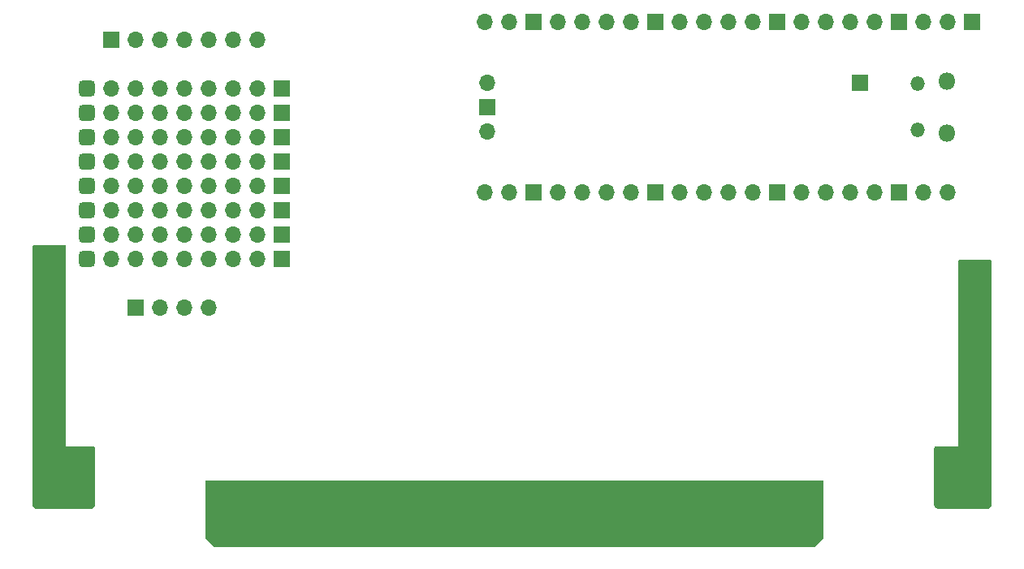
<source format=gbs>
G04 #@! TF.GenerationSoftware,KiCad,Pcbnew,7.0.8*
G04 #@! TF.CreationDate,2023-10-30T20:32:02+01:00*
G04 #@! TF.ProjectId,picocart64_v1_lite,7069636f-6361-4727-9436-345f76315f6c,rev?*
G04 #@! TF.SameCoordinates,Original*
G04 #@! TF.FileFunction,Soldermask,Bot*
G04 #@! TF.FilePolarity,Negative*
%FSLAX46Y46*%
G04 Gerber Fmt 4.6, Leading zero omitted, Abs format (unit mm)*
G04 Created by KiCad (PCBNEW 7.0.8) date 2023-10-30 20:32:02*
%MOMM*%
%LPD*%
G01*
G04 APERTURE LIST*
G04 Aperture macros list*
%AMRoundRect*
0 Rectangle with rounded corners*
0 $1 Rounding radius*
0 $2 $3 $4 $5 $6 $7 $8 $9 X,Y pos of 4 corners*
0 Add a 4 corners polygon primitive as box body*
4,1,4,$2,$3,$4,$5,$6,$7,$8,$9,$2,$3,0*
0 Add four circle primitives for the rounded corners*
1,1,$1+$1,$2,$3*
1,1,$1+$1,$4,$5*
1,1,$1+$1,$6,$7*
1,1,$1+$1,$8,$9*
0 Add four rect primitives between the rounded corners*
20,1,$1+$1,$2,$3,$4,$5,0*
20,1,$1+$1,$4,$5,$6,$7,0*
20,1,$1+$1,$6,$7,$8,$9,0*
20,1,$1+$1,$8,$9,$2,$3,0*%
G04 Aperture macros list end*
%ADD10C,2.500000*%
%ADD11R,1.700000X1.700000*%
%ADD12O,1.700000X1.700000*%
%ADD13RoundRect,0.425000X0.425000X-0.425000X0.425000X0.425000X-0.425000X0.425000X-0.425000X-0.425000X0*%
%ADD14O,1.800000X1.800000*%
%ADD15O,1.500000X1.500000*%
G04 APERTURE END LIST*
D10*
X102850000Y-112600000D03*
X197650000Y-112600000D03*
D11*
X197939990Y-65199997D03*
X186300000Y-71550000D03*
X110705000Y-95000000D03*
D12*
X113245000Y-95000000D03*
X115785000Y-95000000D03*
X118325000Y-95000000D03*
X108165000Y-89920000D03*
X110705000Y-89920000D03*
X113245000Y-89920000D03*
X115785000Y-89920000D03*
X118325000Y-89920000D03*
X120865000Y-89920000D03*
X123405000Y-89920000D03*
X108165000Y-87380000D03*
X110705000Y-87380000D03*
X113245000Y-87380000D03*
X115785000Y-87380000D03*
X118325000Y-87380000D03*
X120865000Y-87380000D03*
X123405000Y-87380000D03*
X108165000Y-84840000D03*
X110705000Y-84840000D03*
X113245000Y-84840000D03*
X115785000Y-84840000D03*
X118325000Y-84840000D03*
X120865000Y-84840000D03*
X123405000Y-84840000D03*
X108165000Y-82300000D03*
X110705000Y-82300000D03*
X113245000Y-82300000D03*
X115785000Y-82300000D03*
X118325000Y-82300000D03*
X120865000Y-82300000D03*
X123405000Y-82300000D03*
X108165000Y-79760000D03*
X110705000Y-79760000D03*
X113245000Y-79760000D03*
X115785000Y-79760000D03*
X118325000Y-79760000D03*
X120865000Y-79760000D03*
X123405000Y-79760000D03*
X108165000Y-77220000D03*
X110705000Y-77220000D03*
X113245000Y-77220000D03*
X115785000Y-77220000D03*
X118325000Y-77220000D03*
X120865000Y-77220000D03*
X123405000Y-77220000D03*
X108165000Y-74680000D03*
X110705000Y-74680000D03*
X113245000Y-74680000D03*
X115785000Y-74680000D03*
X118325000Y-74680000D03*
X120865000Y-74680000D03*
X123405000Y-74680000D03*
X108165000Y-72140000D03*
X110705000Y-72140000D03*
X113245000Y-72140000D03*
X115785000Y-72140000D03*
X118325000Y-72140000D03*
X120865000Y-72140000D03*
X123405000Y-72140000D03*
D13*
X105625000Y-89920000D03*
X105625000Y-87380000D03*
X105625000Y-84840000D03*
X105625000Y-82300000D03*
X105625000Y-79760000D03*
X105625000Y-77220000D03*
X105625000Y-74680000D03*
X105625000Y-72140000D03*
D11*
X125945000Y-89920000D03*
X125945000Y-87380000D03*
X125945000Y-84840000D03*
X125945000Y-82300000D03*
X125945000Y-79760000D03*
X125945000Y-77220000D03*
X125945000Y-74680000D03*
X125945000Y-72140000D03*
D14*
X195288600Y-71350000D03*
D15*
X192258600Y-71650000D03*
X192258600Y-76500000D03*
D14*
X195288600Y-76800000D03*
D12*
X195418600Y-65185000D03*
X192878600Y-65185000D03*
D11*
X190338600Y-65185000D03*
D12*
X187798600Y-65185000D03*
X185258600Y-65185000D03*
X182718600Y-65185000D03*
X180178600Y-65185000D03*
D11*
X177638600Y-65185000D03*
D12*
X175098600Y-65185000D03*
X172558600Y-65185000D03*
X170018600Y-65185000D03*
X167478600Y-65185000D03*
D11*
X164938600Y-65185000D03*
D12*
X162398600Y-65185000D03*
X159858600Y-65185000D03*
X157318600Y-65185000D03*
X154778600Y-65185000D03*
D11*
X152238600Y-65185000D03*
D12*
X149698600Y-65185000D03*
X147158600Y-65185000D03*
X147158600Y-82965000D03*
X149698600Y-82965000D03*
D11*
X152238600Y-82965000D03*
D12*
X154778600Y-82965000D03*
X157318600Y-82965000D03*
X159858600Y-82965000D03*
X162398600Y-82965000D03*
D11*
X164938600Y-82965000D03*
D12*
X167478600Y-82965000D03*
X170018600Y-82965000D03*
X172558600Y-82965000D03*
X175098600Y-82965000D03*
D11*
X177638600Y-82965000D03*
D12*
X180178600Y-82965000D03*
X182718600Y-82965000D03*
X185258600Y-82965000D03*
X187798600Y-82965000D03*
D11*
X190338600Y-82965000D03*
D12*
X192878600Y-82965000D03*
X195418600Y-82965000D03*
X147388600Y-71535000D03*
D11*
X147388600Y-74075000D03*
D12*
X147388600Y-76615000D03*
D11*
X108165000Y-67060000D03*
D12*
X110705000Y-67060000D03*
X113245000Y-67060000D03*
X115785000Y-67060000D03*
X118325000Y-67060000D03*
X120865000Y-67060000D03*
X123405000Y-67060000D03*
G36*
X103442121Y-88520002D02*
G01*
X103488614Y-88573658D01*
X103500000Y-88626000D01*
X103500000Y-109500000D01*
X103520838Y-109500000D01*
X103588959Y-109520002D01*
X103635452Y-109573658D01*
X103645556Y-109643932D01*
X103616062Y-109708512D01*
X103556336Y-109746896D01*
X103539312Y-109750638D01*
X103527946Y-109752323D01*
X103521800Y-109752928D01*
X103501556Y-109753924D01*
X103498460Y-109754000D01*
X100126000Y-109754000D01*
X100057879Y-109733998D01*
X100011386Y-109680342D01*
X100000000Y-109628000D01*
X100000000Y-88626000D01*
X100020002Y-88557879D01*
X100073658Y-88511386D01*
X100126000Y-88500000D01*
X103374000Y-88500000D01*
X103442121Y-88520002D01*
G37*
G36*
X199942121Y-90020002D02*
G01*
X199988614Y-90073658D01*
X200000000Y-90126000D01*
X200000000Y-109628000D01*
X199979998Y-109696121D01*
X199926342Y-109742614D01*
X199874000Y-109754000D01*
X196501540Y-109754000D01*
X196498445Y-109753924D01*
X196478199Y-109752928D01*
X196472052Y-109752323D01*
X196460686Y-109750638D01*
X196396235Y-109720863D01*
X196358112Y-109660970D01*
X196358422Y-109589974D01*
X196397066Y-109530416D01*
X196461775Y-109501205D01*
X196479162Y-109500000D01*
X196500000Y-109500000D01*
X196500000Y-90126000D01*
X196520002Y-90057879D01*
X196573658Y-90011386D01*
X196626000Y-90000000D01*
X199874000Y-90000000D01*
X199942121Y-90020002D01*
G37*
G36*
X182442121Y-113020002D02*
G01*
X182488614Y-113073658D01*
X182500000Y-113126000D01*
X182500000Y-118947810D01*
X182479998Y-119015931D01*
X182463095Y-119036905D01*
X181536905Y-119963095D01*
X181474593Y-119997121D01*
X181447810Y-120000000D01*
X119052190Y-120000000D01*
X118984069Y-119979998D01*
X118963095Y-119963095D01*
X118036905Y-119036905D01*
X118002879Y-118974593D01*
X118000000Y-118947810D01*
X118000000Y-113126000D01*
X118020002Y-113057879D01*
X118073658Y-113011386D01*
X118126000Y-113000000D01*
X182374000Y-113000000D01*
X182442121Y-113020002D01*
G37*
G36*
X199942121Y-109266002D02*
G01*
X199988614Y-109319658D01*
X200000000Y-109372000D01*
X200000000Y-115495867D01*
X199999460Y-115504099D01*
X199985128Y-115612963D01*
X199976615Y-115644734D01*
X199939361Y-115734673D01*
X199922914Y-115763160D01*
X199863650Y-115840393D01*
X199840393Y-115863650D01*
X199763160Y-115922914D01*
X199734673Y-115939361D01*
X199644734Y-115976615D01*
X199612963Y-115985128D01*
X199504099Y-115999460D01*
X199495867Y-116000000D01*
X194504133Y-116000000D01*
X194495901Y-115999460D01*
X194387037Y-115985128D01*
X194355265Y-115976615D01*
X194265326Y-115939361D01*
X194236839Y-115922914D01*
X194159606Y-115863650D01*
X194136349Y-115840393D01*
X194077085Y-115763160D01*
X194060638Y-115734673D01*
X194023384Y-115644734D01*
X194014871Y-115612961D01*
X194000539Y-115504098D01*
X194000000Y-115495867D01*
X194000000Y-109626000D01*
X194020002Y-109557879D01*
X194073658Y-109511386D01*
X194126000Y-109500000D01*
X196500000Y-109500000D01*
X196500000Y-109372000D01*
X196520002Y-109303879D01*
X196573658Y-109257386D01*
X196626000Y-109246000D01*
X199874000Y-109246000D01*
X199942121Y-109266002D01*
G37*
G36*
X103442121Y-109266002D02*
G01*
X103488614Y-109319658D01*
X103500000Y-109372000D01*
X103500000Y-109500000D01*
X106374000Y-109500000D01*
X106442121Y-109520002D01*
X106488614Y-109573658D01*
X106500000Y-109626000D01*
X106500000Y-115495867D01*
X106499460Y-115504099D01*
X106485128Y-115612963D01*
X106476615Y-115644734D01*
X106439361Y-115734673D01*
X106422914Y-115763160D01*
X106363650Y-115840393D01*
X106340393Y-115863650D01*
X106263160Y-115922914D01*
X106234673Y-115939361D01*
X106144734Y-115976615D01*
X106112963Y-115985128D01*
X106004099Y-115999460D01*
X105995867Y-116000000D01*
X100504133Y-116000000D01*
X100495901Y-115999460D01*
X100387037Y-115985128D01*
X100355265Y-115976615D01*
X100265326Y-115939361D01*
X100236839Y-115922914D01*
X100159606Y-115863650D01*
X100136349Y-115840393D01*
X100077085Y-115763160D01*
X100060638Y-115734673D01*
X100023384Y-115644734D01*
X100014871Y-115612961D01*
X100000539Y-115504098D01*
X100000000Y-115495867D01*
X100000000Y-109372000D01*
X100020002Y-109303879D01*
X100073658Y-109257386D01*
X100126000Y-109246000D01*
X103374000Y-109246000D01*
X103442121Y-109266002D01*
G37*
M02*

</source>
